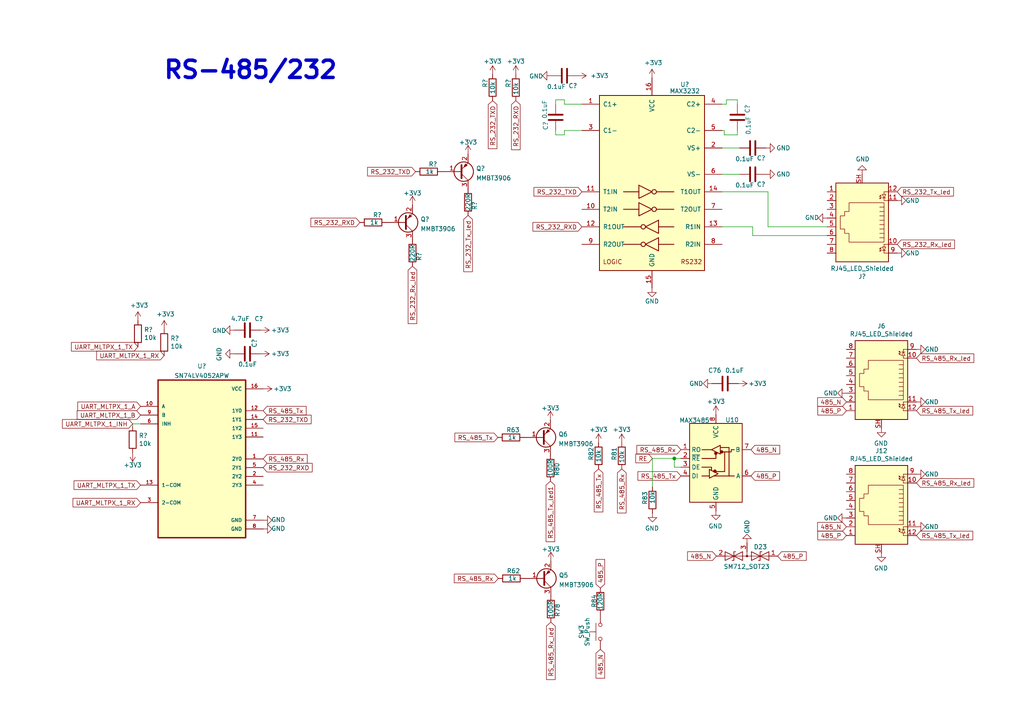
<source format=kicad_sch>
(kicad_sch (version 20211123) (generator eeschema)
  (paper "A4")
  (lib_symbols
    (symbol "Connector:RJ45_LED_Shielded" (pin_names (offset 1.016))
      (property "Reference" "J" (at -5.08 13.97 0))
      (property "Value" "RJ45_LED_Shielded" (at 1.27 13.97 0))
      (symbol "RJ45_LED_Shielded_0_1"
        (polyline (pts (xy -7.62 -7.62) (xy -6.35 -7.62)))
        (polyline (pts (xy -7.62 -5.08) (xy -6.35 -5.08)))
        (polyline (pts (xy -7.62 7.62) (xy -6.35 7.62)))
        (polyline (pts (xy -7.62 10.16) (xy -6.35 10.16)))
        (polyline (pts (xy -6.858 -5.842) (xy -5.842 -5.842)))
        (polyline (pts (xy -6.858 9.398) (xy -5.842 9.398)))
        (polyline (pts (xy -6.35 -7.62) (xy -6.35 -6.858)))
        (polyline (pts (xy -6.35 -5.08) (xy -6.35 -5.842)))
        (polyline (pts (xy -6.35 7.62) (xy -6.35 8.382)))
        (polyline (pts (xy -6.35 10.16) (xy -6.35 9.398)))
        (polyline (pts (xy -5.08 -6.223) (xy -5.207 -6.604)))
        (polyline (pts (xy -5.08 -5.588) (xy -5.207 -5.969)))
        (polyline (pts (xy -5.08 4.445) (xy -6.35 4.445)))
        (polyline (pts (xy -5.08 5.715) (xy -6.35 5.715)))
        (polyline (pts (xy -5.08 9.017) (xy -5.207 8.636)))
        (polyline (pts (xy -5.08 9.652) (xy -5.207 9.271)))
        (polyline (pts (xy -6.35 -3.175) (xy -5.08 -3.175) (xy -5.08 -3.175)))
        (polyline (pts (xy -6.35 -1.905) (xy -5.08 -1.905) (xy -5.08 -1.905)))
        (polyline (pts (xy -6.35 -0.635) (xy -5.08 -0.635) (xy -5.08 -0.635)))
        (polyline (pts (xy -6.35 0.635) (xy -5.08 0.635) (xy -5.08 0.635)))
        (polyline (pts (xy -6.35 1.905) (xy -5.08 1.905) (xy -5.08 1.905)))
        (polyline (pts (xy -5.588 -6.731) (xy -5.08 -6.223) (xy -5.461 -6.35)))
        (polyline (pts (xy -5.588 -6.096) (xy -5.08 -5.588) (xy -5.461 -5.715)))
        (polyline (pts (xy -5.588 8.509) (xy -5.08 9.017) (xy -5.461 8.89)))
        (polyline (pts (xy -5.588 9.144) (xy -5.08 9.652) (xy -5.461 9.525)))
        (polyline (pts (xy -5.08 3.175) (xy -6.35 3.175) (xy -6.35 3.175)))
        (polyline (pts (xy -6.35 -5.842) (xy -6.858 -6.858) (xy -5.842 -6.858) (xy -6.35 -5.842)))
        (polyline (pts (xy -6.35 9.398) (xy -6.858 8.382) (xy -5.842 8.382) (xy -6.35 9.398)))
        (polyline (pts (xy -6.35 -4.445) (xy -6.35 6.985) (xy 3.81 6.985) (xy 3.81 4.445) (xy 5.08 4.445) (xy 5.08 3.175) (xy 6.35 3.175) (xy 6.35 -0.635) (xy 5.08 -0.635) (xy 5.08 -1.905) (xy 3.81 -1.905) (xy 3.81 -4.445) (xy -6.35 -4.445) (xy -6.35 -4.445)))
        (rectangle (start 7.62 12.7) (end -7.62 -10.16) (stroke (width 0.254)) (fill (type background)))
      )
      (symbol "RJ45_LED_Shielded_1_1"
        (pin passive line (at 10.16 -7.62 180) (length 2.54) (name "~") (number "1"))
        (pin passive line (at -10.16 7.62 0) (length 2.54) (name "~") (number "10"))
        (pin passive line (at -10.16 -5.08 0) (length 2.54) (name "~") (number "11"))
        (pin passive line (at -10.16 -7.62 0) (length 2.54) (name "~") (number "12"))
        (pin passive line (at 10.16 -5.08 180) (length 2.54) (name "~") (number "2"))
        (pin passive line (at 10.16 -2.54 180) (length 2.54) (name "~") (number "3"))
        (pin passive line (at 10.16 0 180) (length 2.54) (name "~") (number "4"))
        (pin passive line (at 10.16 2.54 180) (length 2.54) (name "~") (number "5"))
        (pin passive line (at 10.16 5.08 180) (length 2.54) (name "~") (number "6"))
        (pin passive line (at 10.16 7.62 180) (length 2.54) (name "~") (number "7"))
        (pin passive line (at 10.16 10.16 180) (length 2.54) (name "~") (number "8"))
        (pin passive line (at -10.16 10.16 0) (length 2.54) (name "~") (number "9"))
        (pin passive line (at 0 -12.7 90) (length 2.54) (name "~") (number "SH"))
      )
    )
    (symbol "Device:C" (pin_numbers hide) (pin_names (offset 0.254))
      (property "Reference" "C" (at 0.635 2.54 0))
      (property "Value" "C" (at 0.635 -2.54 0))
      (symbol "C_0_1"
        (polyline (pts (xy -2.032 -0.762) (xy 2.032 -0.762)) (stroke (width 0.508)))
        (polyline (pts (xy -2.032 0.762) (xy 2.032 0.762)) (stroke (width 0.508)))
      )
      (symbol "C_1_1"
        (pin passive line (at 0 3.81 270) (length 2.794) (name "~") (number "1"))
        (pin passive line (at 0 -3.81 90) (length 2.794) (name "~") (number "2"))
      )
    )
    (symbol "Device:R" (pin_numbers hide) (pin_names (offset 0))
      (property "Reference" "R" (at 2.032 0 90))
      (property "Value" "R" (at 0 0 90))
      (symbol "R_0_1"
        (rectangle (start -1.016 -2.54) (end 1.016 2.54) (stroke (width 0.254)))
      )
      (symbol "R_1_1"
        (pin passive line (at 0 3.81 270) (length 1.27) (name "~") (number "1"))
        (pin passive line (at 0 -3.81 90) (length 1.27) (name "~") (number "2"))
      )
    )
    (symbol "Diode:SM712_SOT23" (pin_names (offset 1.016) hide)
      (property "Reference" "D" (at 0 4.445 0))
      (property "Value" "SM712_SOT23" (at 0 2.54 0))
      (symbol "SM712_SOT23_0_0"
        (polyline (pts (xy 0 -1.27) (xy 0 0)))
      )
      (symbol "SM712_SOT23_0_1"
        (polyline (pts (xy -6.35 0) (xy 6.35 0)))
        (polyline (pts (xy -3.302 1.27) (xy -3.81 1.27) (xy -3.81 -1.27) (xy -4.318 -1.27)) (stroke (width 0.2032)))
        (polyline (pts (xy 4.318 1.27) (xy 3.81 1.27) (xy 3.81 -1.27) (xy 3.302 -1.27)) (stroke (width 0.2032)))
        (polyline (pts (xy -6.35 -1.27) (xy -1.27 1.27) (xy -1.27 -1.27) (xy -6.35 1.27) (xy -6.35 -1.27)) (stroke (width 0.2032)))
        (polyline (pts (xy 1.27 -1.27) (xy 1.27 1.27) (xy 6.35 -1.27) (xy 6.35 1.27) (xy 1.27 -1.27)) (stroke (width 0.2032)))
        (circle (center 0 0) (radius 0.254) (fill (type outline)))
      )
      (symbol "SM712_SOT23_1_1"
        (pin passive line (at -8.89 0 0) (length 2.54) (name "A1") (number "1"))
        (pin passive line (at 8.89 0 180) (length 2.54) (name "A2") (number "2"))
        (pin input line (at 0 -3.81 90) (length 2.54) (name "common") (number "3"))
      )
    )
    (symbol "Interface_UART:MAX3232" (pin_names (offset 1.016))
      (property "Reference" "U" (at -2.54 28.575 0))
      (property "Value" "MAX3232" (at -2.54 26.67 0))
      (symbol "MAX3232_0_0"
        (text "LOGIC" (at -11.43 -22.86 0) (effects (font (size 1.27 1.27))))
        (text "RS232" (at 11.43 -22.86 0) (effects (font (size 1.27 1.27))))
      )
      (symbol "MAX3232_0_1"
        (rectangle (start -15.24 -25.4) (end 15.24 25.4) (stroke (width 0.254)) (fill (type background)))
        (circle (center -2.54 -17.78) (radius 0.635) (stroke (width 0.254)))
        (circle (center -2.54 -12.7) (radius 0.635) (stroke (width 0.254)))
        (polyline (pts (xy -3.81 -7.62) (xy -8.255 -7.62)) (stroke (width 0.254)))
        (polyline (pts (xy -3.81 -2.54) (xy -8.255 -2.54)) (stroke (width 0.254)))
        (polyline (pts (xy -3.175 -17.78) (xy -8.255 -17.78)) (stroke (width 0.254)))
        (polyline (pts (xy -3.175 -12.7) (xy -8.255 -12.7)) (stroke (width 0.254)))
        (polyline (pts (xy 1.27 -7.62) (xy 6.35 -7.62)) (stroke (width 0.254)))
        (polyline (pts (xy 1.27 -2.54) (xy 6.35 -2.54)) (stroke (width 0.254)))
        (polyline (pts (xy 1.905 -17.78) (xy 6.35 -17.78)) (stroke (width 0.254)))
        (polyline (pts (xy 1.905 -12.7) (xy 6.35 -12.7)) (stroke (width 0.254)))
        (polyline (pts (xy -3.81 -5.715) (xy -3.81 -9.525) (xy 0 -7.62) (xy -3.81 -5.715)) (stroke (width 0.254)))
        (polyline (pts (xy -3.81 -0.635) (xy -3.81 -4.445) (xy 0 -2.54) (xy -3.81 -0.635)) (stroke (width 0.254)))
        (polyline (pts (xy 1.905 -15.875) (xy 1.905 -19.685) (xy -1.905 -17.78) (xy 1.905 -15.875)) (stroke (width 0.254)))
        (polyline (pts (xy 1.905 -10.795) (xy 1.905 -14.605) (xy -1.905 -12.7) (xy 1.905 -10.795)) (stroke (width 0.254)))
        (circle (center 0.635 -7.62) (radius 0.635) (stroke (width 0.254)))
        (circle (center 0.635 -2.54) (radius 0.635) (stroke (width 0.254)))
      )
      (symbol "MAX3232_1_1"
        (pin passive line (at -20.32 22.86 0) (length 5.08) (name "C1+") (number "1"))
        (pin input line (at -20.32 -7.62 0) (length 5.08) (name "T2IN") (number "10"))
        (pin input line (at -20.32 -2.54 0) (length 5.08) (name "T1IN") (number "11"))
        (pin output line (at -20.32 -12.7 0) (length 5.08) (name "R1OUT") (number "12"))
        (pin input line (at 20.32 -12.7 180) (length 5.08) (name "R1IN") (number "13"))
        (pin output line (at 20.32 -2.54 180) (length 5.08) (name "T1OUT") (number "14"))
        (pin power_in line (at 0 -30.48 90) (length 5.08) (name "GND") (number "15"))
        (pin power_in line (at 0 30.48 270) (length 5.08) (name "VCC") (number "16"))
        (pin power_out line (at 20.32 10.16 180) (length 5.08) (name "VS+") (number "2"))
        (pin passive line (at -20.32 15.24 0) (length 5.08) (name "C1-") (number "3"))
        (pin passive line (at 20.32 22.86 180) (length 5.08) (name "C2+") (number "4"))
        (pin passive line (at 20.32 15.24 180) (length 5.08) (name "C2-") (number "5"))
        (pin power_out line (at 20.32 2.54 180) (length 5.08) (name "VS-") (number "6"))
        (pin output line (at 20.32 -7.62 180) (length 5.08) (name "T2OUT") (number "7"))
        (pin input line (at 20.32 -17.78 180) (length 5.08) (name "R2IN") (number "8"))
        (pin output line (at -20.32 -17.78 0) (length 5.08) (name "R2OUT") (number "9"))
      )
    )
    (symbol "Interface_UART:MAX3485"
      (property "Reference" "U" (at -6.096 11.43 0))
      (property "Value" "MAX3485" (at 0.762 11.43 0))
      (symbol "MAX3485_0_1"
        (rectangle (start -7.62 10.16) (end 7.62 -12.7) (stroke (width 0.254)) (fill (type background)))
        (circle (center -0.3048 -3.683) (radius 0.3556) (stroke (width 0.254)) (fill (type outline)))
        (circle (center -0.0254 1.4986) (radius 0.3556) (stroke (width 0.254)) (fill (type outline)))
        (polyline (pts (xy -4.064 -5.08) (xy -1.905 -5.08)) (stroke (width 0.254)))
        (polyline (pts (xy -4.064 2.54) (xy -1.27 2.54)) (stroke (width 0.254)))
        (polyline (pts (xy -1.27 -3.2004) (xy -1.27 -3.4544)) (stroke (width 0.254)))
        (polyline (pts (xy -0.635 -5.08) (xy 5.334 -5.08)) (stroke (width 0.254)))
        (polyline (pts (xy -4.064 -2.54) (xy -1.27 -2.54) (xy -1.27 -3.175)) (stroke (width 0.254)))
        (polyline (pts (xy 0 1.27) (xy 0 0) (xy -4.064 0)) (stroke (width 0.254)))
        (polyline (pts (xy 1.27 3.175) (xy 3.81 3.175) (xy 3.81 -5.08)) (stroke (width 0.254)))
        (polyline (pts (xy 2.54 1.905) (xy 2.54 -3.81) (xy 0 -3.81)) (stroke (width 0.254)))
        (polyline (pts (xy -1.905 -3.175) (xy -1.905 -5.715) (xy 0.635 -4.445) (xy -1.905 -3.175)) (stroke (width 0.254)))
        (polyline (pts (xy -1.27 2.54) (xy 1.27 3.81) (xy 1.27 1.27) (xy -1.27 2.54)) (stroke (width 0.254)))
        (polyline (pts (xy 1.905 1.905) (xy 4.445 1.905) (xy 4.445 2.54) (xy 5.334 2.54)) (stroke (width 0.254)))
        (rectangle (start 1.27 3.175) (end 1.27 3.175))
        (circle (center 1.651 1.905) (radius 0.3556) (stroke (width 0.254)) (fill (type outline)))
      )
      (symbol "MAX3485_1_1"
        (pin output line (at -10.16 2.54 0) (length 2.54) (name "RO") (number "1"))
        (pin input line (at -10.16 0 0) (length 2.54) (name "~{RE}") (number "2"))
        (pin input line (at -10.16 -2.54 0) (length 2.54) (name "DE") (number "3"))
        (pin input line (at -10.16 -5.08 0) (length 2.54) (name "DI") (number "4"))
        (pin power_in line (at 0 -15.24 90) (length 2.54) (name "GND") (number "5"))
        (pin bidirectional line (at 10.16 -5.08 180) (length 2.54) (name "A") (number "6"))
        (pin bidirectional line (at 10.16 2.54 180) (length 2.54) (name "B") (number "7"))
        (pin power_in line (at 0 12.7 270) (length 2.54) (name "VCC") (number "8"))
      )
    )
    (symbol "Switch:SW_Push" (pin_numbers hide) (pin_names (offset 1.016) hide)
      (property "Reference" "SW" (at 1.27 2.54 0))
      (property "Value" "SW_Push" (at 0 -1.524 0))
      (symbol "SW_Push_0_1"
        (circle (center -2.032 0) (radius 0.508))
        (polyline (pts (xy 0 1.27) (xy 0 3.048)))
        (polyline (pts (xy 2.54 1.27) (xy -2.54 1.27)))
        (circle (center 2.032 0) (radius 0.508))
        (pin passive line (at -5.08 0 0) (length 2.54) (name "1") (number "1"))
        (pin passive line (at 5.08 0 180) (length 2.54) (name "2") (number "2"))
      )
    )
    (symbol "Symbols:SN74LV4052APW" (pin_names (offset 1.016))
      (property "Reference" "U" (at -12.7 23.8506 0))
      (property "Value" "SN74LV4052APW" (at -12.7 -26.8478 0))
      (symbol "SN74LV4052APW_0_0"
        (rectangle (start -12.7 -22.86) (end 12.7 22.86) (stroke (width 0.4064)) (fill (type background)))
        (pin output line (at 17.78 0 180) (length 5.08) (name "2Y0") (number "1"))
        (pin input line (at -17.78 15.24 0) (length 5.08) (name "A") (number "10"))
        (pin output line (at 17.78 6.35 180) (length 5.08) (name "1Y3") (number "11"))
        (pin output line (at 17.78 13.97 180) (length 5.08) (name "1Y0") (number "12"))
        (pin bidirectional line (at -17.78 -7.62 0) (length 5.08) (name "1-COM") (number "13"))
        (pin output line (at 17.78 11.43 180) (length 5.08) (name "1Y1") (number "14"))
        (pin output line (at 17.78 8.89 180) (length 5.08) (name "1Y2") (number "15"))
        (pin power_in line (at 17.78 20.32 180) (length 5.08) (name "VCC") (number "16"))
        (pin output line (at 17.78 -5.08 180) (length 5.08) (name "2Y2") (number "2"))
        (pin bidirectional line (at -17.78 -12.7 0) (length 5.08) (name "2-COM") (number "3"))
        (pin output line (at 17.78 -7.62 180) (length 5.08) (name "2Y3") (number "4"))
        (pin output line (at 17.78 -2.54 180) (length 5.08) (name "2Y1") (number "5"))
        (pin input line (at -17.78 10.16 0) (length 5.08) (name "INH") (number "6"))
        (pin power_in line (at 17.78 -17.78 180) (length 5.08) (name "GND") (number "7"))
        (pin power_in line (at 17.78 -20.32 180) (length 5.08) (name "GND") (number "8"))
        (pin input line (at -17.78 12.7 0) (length 5.08) (name "B") (number "9"))
      )
    )
    (symbol "Transistor_BJT:MMBT3906" (pin_names (offset 0) hide)
      (property "Reference" "Q" (at 5.08 1.905 0))
      (property "Value" "MMBT3906" (at 5.08 0 0))
      (symbol "MMBT3906_0_1"
        (polyline (pts (xy 0.635 0.635) (xy 2.54 2.54)))
        (polyline (pts (xy 0.635 -0.635) (xy 2.54 -2.54) (xy 2.54 -2.54)))
        (polyline (pts (xy 0.635 1.905) (xy 0.635 -1.905) (xy 0.635 -1.905)) (stroke (width 0.508)))
        (polyline (pts (xy 2.286 -1.778) (xy 1.778 -2.286) (xy 1.27 -1.27) (xy 2.286 -1.778) (xy 2.286 -1.778)) (fill (type outline)))
        (circle (center 1.27 0) (radius 2.8194) (stroke (width 0.254)))
      )
      (symbol "MMBT3906_1_1"
        (pin input line (at -5.08 0 0) (length 5.715) (name "B") (number "1"))
        (pin passive line (at 2.54 -5.08 90) (length 2.54) (name "E") (number "2"))
        (pin passive line (at 2.54 5.08 270) (length 2.54) (name "C") (number "3"))
      )
    )
    (symbol "power:+3.3V" (power) (pin_names (offset 0))
      (property "Value" "+3.3V" (at 0 3.556 0))
      (symbol "+3.3V_0_1"
        (polyline (pts (xy -0.762 1.27) (xy 0 2.54)))
        (polyline (pts (xy 0 0) (xy 0 2.54)))
        (polyline (pts (xy 0 2.54) (xy 0.762 1.27)))
      )
      (symbol "+3.3V_1_1"
        (pin power_in line (at 0 0 90) (length 0) hide (name "+3V3") (number "1"))
      )
    )
    (symbol "power:GND" (power) (pin_names (offset 0))
      (property "Value" "GND" (at 0 -3.81 0))
      (symbol "GND_0_1"
        (polyline (pts (xy 0 0) (xy 0 -1.27) (xy 1.27 -1.27) (xy 0 -2.54) (xy -1.27 -1.27) (xy 0 -1.27)))
      )
      (symbol "GND_1_1"
        (pin power_in line (at 0 0 270) (length 0) hide (name "GND") (number "1"))
      )
    )
  )
  (junction (at 195.58 132.969))
  (wire (pts (xy 189.23 132.969) (xy 189.23 141.224)))
  (wire (pts (xy 197.485 132.969) (xy 195.58 132.969)))
  (wire (pts (xy 195.58 135.509) (xy 195.58 132.969)))
  (wire (pts (xy 161.163 39.116) (xy 163.703 39.116)))
  (wire (pts (xy 210.058 39.116) (xy 213.868 39.116)))
  (wire (pts (xy 213.868 39.116) (xy 213.868 37.846)))
  (wire (pts (xy 161.163 37.846) (xy 161.163 39.116)))
  (wire (pts (xy 239.903 65.786) (xy 222.758 65.786)))
  (wire (pts (xy 195.58 132.969) (xy 189.23 132.969)))
  (wire (pts (xy 210.693 30.226) (xy 210.693 28.956)))
  (wire (pts (xy 163.703 28.956) (xy 163.703 30.226)))
  (wire (pts (xy 163.703 39.116) (xy 163.703 37.846)))
  (wire (pts (xy 161.163 30.226) (xy 161.163 28.956)))
  (wire (pts (xy 38.481 122.936) (xy 40.767 122.936)))
  (wire (pts (xy 197.485 135.509) (xy 195.58 135.509)))
  (wire (pts (xy 213.868 28.956) (xy 213.868 30.226)))
  (wire (pts (xy 239.903 68.326) (xy 218.313 68.326)))
  (wire (pts (xy 210.058 37.846) (xy 210.058 39.116)))
  (wire (pts (xy 209.423 42.926) (xy 214.503 42.926)))
  (wire (pts (xy 222.758 55.626) (xy 209.423 55.626)))
  (wire (pts (xy 210.693 28.956) (xy 213.868 28.956)))
  (wire (pts (xy 163.703 37.846) (xy 168.783 37.846)))
  (wire (pts (xy 214.503 50.546) (xy 209.423 50.546)))
  (wire (pts (xy 222.758 65.786) (xy 222.758 55.626)))
  (wire (pts (xy 218.313 68.326) (xy 218.313 65.786)))
  (wire (pts (xy 38.481 123.698) (xy 38.481 122.936)))
  (wire (pts (xy 209.423 37.846) (xy 210.058 37.846)))
  (wire (pts (xy 209.423 30.226) (xy 210.693 30.226)))
  (wire (pts (xy 218.313 65.786) (xy 209.423 65.786)))
  (wire (pts (xy 163.703 30.226) (xy 168.783 30.226)))
  (wire (pts (xy 161.163 28.956) (xy 163.703 28.956)))
  (text "RS-485/232" (at 47.117 23.368 0) (effects (font (size 5.0038 5.0038) (thickness 1.0008) bold) (justify left bottom)))
  (global_label "485_N" (shape input) (at 174.117 188.341 270) (property "Intersheet References" "${INTERSHEET_REFS}" (effects hide)))
  (global_label "RS_485_Rx" (shape input) (at 144.526 167.767 180) (property "Intersheet References" "${INTERSHEET_REFS}" (effects hide)))
  (global_label "RS_232_RXD" (shape input) (at 168.783 65.786 180) (property "Intersheet References" "${INTERSHEET_REFS}" (effects hide)))
  (global_label "485_P" (shape input) (at 245.491 119.126 180) (property "Intersheet References" "${INTERSHEET_REFS}" (effects hide)))
  (global_label "485_P" (shape input) (at 225.552 161.29 0) (property "Intersheet References" "${INTERSHEET_REFS}" (effects hide)))
  (global_label "RS_485_Rx_led" (shape input) (at 265.811 103.886 0) (property "Intersheet References" "${INTERSHEET_REFS}" (effects hide)))
  (global_label "RS_485_Tx_led1" (shape input) (at 159.639 139.573 270) (property "Intersheet References" "${INTERSHEET_REFS}" (effects hide)))
  (global_label "RS_485_Rx_led" (shape input) (at 265.811 140.081 0) (property "Intersheet References" "${INTERSHEET_REFS}" (effects hide)))
  (global_label "RS_232_Rx_led" (shape input) (at 119.634 77.216 270) (property "Intersheet References" "${INTERSHEET_REFS}" (effects hide)))
  (global_label "RS_485_Tx" (shape input) (at 76.327 119.126 0) (property "Intersheet References" "${INTERSHEET_REFS}" (effects hide)))
  (global_label "UART_MLTPX_1_INH" (shape input) (at 38.481 122.936 180) (property "Intersheet References" "${INTERSHEET_REFS}" (effects hide)))
  (global_label "RS_232_Rx_led" (shape input) (at 260.223 70.866 0) (property "Intersheet References" "${INTERSHEET_REFS}" (effects hide)))
  (global_label "RS_485_Tx" (shape input) (at 197.485 138.049 180) (property "Intersheet References" "${INTERSHEET_REFS}" (effects hide)))
  (global_label "RS_485_Tx" (shape input) (at 144.399 126.873 180) (property "Intersheet References" "${INTERSHEET_REFS}" (effects hide)))
  (global_label "RS_485_Tx_led" (shape input) (at 265.811 155.321 0) (property "Intersheet References" "${INTERSHEET_REFS}" (effects hide)))
  (global_label "RS_485_Rx" (shape input) (at 76.327 133.096 0) (property "Intersheet References" "${INTERSHEET_REFS}" (effects hide)))
  (global_label "RS_232_RXD" (shape input) (at 149.606 29.21 270) (property "Intersheet References" "${INTERSHEET_REFS}" (effects hide)))
  (global_label "485_N" (shape input) (at 245.491 152.781 180) (property "Intersheet References" "${INTERSHEET_REFS}" (effects hide)))
  (global_label "RE" (shape input) (at 189.23 132.969 180) (property "Intersheet References" "${INTERSHEET_REFS}" (effects hide)))
  (global_label "RS_485_Rx" (shape input) (at 180.34 136.017 270) (property "Intersheet References" "${INTERSHEET_REFS}" (effects hide)))
  (global_label "RS_485_Rx" (shape input) (at 197.485 130.429 180) (property "Intersheet References" "${INTERSHEET_REFS}" (effects hide)))
  (global_label "UART_MLTPX_1_A" (shape input) (at 40.767 117.856 180) (property "Intersheet References" "${INTERSHEET_REFS}" (effects hide)))
  (global_label "RS_485_Tx_led" (shape input) (at 265.811 119.126 0) (property "Intersheet References" "${INTERSHEET_REFS}" (effects hide)))
  (global_label "RS_232_TXD" (shape input) (at 168.783 55.626 180) (property "Intersheet References" "${INTERSHEET_REFS}" (effects hide)))
  (global_label "RS_232_RXD" (shape input) (at 76.327 135.636 0) (property "Intersheet References" "${INTERSHEET_REFS}" (effects hide)))
  (global_label "485_N" (shape input) (at 207.772 161.29 180) (property "Intersheet References" "${INTERSHEET_REFS}" (effects hide)))
  (global_label "RS_485_Rx_led" (shape input) (at 159.766 180.467 270) (property "Intersheet References" "${INTERSHEET_REFS}" (effects hide)))
  (global_label "RS_232_Tx_led" (shape input) (at 260.223 55.626 0) (property "Intersheet References" "${INTERSHEET_REFS}" (effects hide)))
  (global_label "RS_232_Tx_led" (shape input) (at 135.763 62.484 270) (property "Intersheet References" "${INTERSHEET_REFS}" (effects hide)))
  (global_label "RS_232_TXD" (shape input) (at 142.875 29.21 270) (property "Intersheet References" "${INTERSHEET_REFS}" (effects hide)))
  (global_label "UART_MLTPX_1_RX" (shape input) (at 40.767 145.796 180) (property "Intersheet References" "${INTERSHEET_REFS}" (effects hide)))
  (global_label "UART_MLTPX_1_TX" (shape input) (at 40.005 100.584 180) (property "Intersheet References" "${INTERSHEET_REFS}" (effects hide)))
  (global_label "RS_232_RXD" (shape input) (at 104.394 64.516 180) (property "Intersheet References" "${INTERSHEET_REFS}" (effects hide)))
  (global_label "UART_MLTPX_1_TX" (shape input) (at 40.767 140.716 180) (property "Intersheet References" "${INTERSHEET_REFS}" (effects hide)))
  (global_label "RS_232_TXD" (shape input) (at 120.523 49.784 180) (property "Intersheet References" "${INTERSHEET_REFS}" (effects hide)))
  (global_label "RS_232_TXD" (shape input) (at 76.327 121.666 0) (property "Intersheet References" "${INTERSHEET_REFS}" (effects hide)))
  (global_label "UART_MLTPX_1_B" (shape input) (at 40.767 120.396 180) (property "Intersheet References" "${INTERSHEET_REFS}" (effects hide)))
  (global_label "485_P" (shape input) (at 217.805 138.049 0) (property "Intersheet References" "${INTERSHEET_REFS}" (effects hide)))
  (global_label "485_P" (shape input) (at 245.491 155.321 180) (property "Intersheet References" "${INTERSHEET_REFS}" (effects hide)))
  (global_label "485_N" (shape input) (at 217.805 130.429 0) (property "Intersheet References" "${INTERSHEET_REFS}" (effects hide)))
  (global_label "485_P" (shape input) (at 174.117 170.561 90) (property "Intersheet References" "${INTERSHEET_REFS}" (effects hide)))
  (global_label "UART_MLTPX_1_RX" (shape input) (at 47.625 103.124 180) (property "Intersheet References" "${INTERSHEET_REFS}" (effects hide)))
  (global_label "485_N" (shape input) (at 245.491 116.586 180) (property "Intersheet References" "${INTERSHEET_REFS}" (effects hide)))
  (global_label "RS_485_Tx" (shape input) (at 173.609 136.017 270) (property "Intersheet References" "${INTERSHEET_REFS}" (effects hide)))
  (symbol (lib_id "Transistor_BJT:MMBT3906") (at 157.099 126.873 0) (mirror x) (unit 1)
    (property "Reference" "Q6" (at 161.9504 125.9645 0) (effects (justify left)))
    (property "Value" "MMBT3906" (at 161.9504 128.7396 0) (effects (justify left)))
    (property "Footprint" "Package_TO_SOT_SMD:SOT-23" (effects hide))
    (property "Datasheet" "https://www.onsemi.com/pub/Collateral/2N3906-D.PDF" (effects hide))
  )
  (symbol (lib_id "power:+3.3V") (at 189.103 22.606 0) (unit 1)
    (property "Reference" "#PWR?" (effects hide))
    (property "Value" "+3.3V" (at 189.484 18.2118 0))
  )
  (symbol (lib_id "power:GND") (at 216.662 157.48 180) (unit 1)
    (property "Reference" "#PWR035" (effects hide))
    (property "Value" "GND" (at 216.662 152.781 90))
  )
  (symbol (lib_id "Connector:RJ45_LED_Shielded") (at 255.651 147.701 0) (mirror y) (unit 1)
    (property "Reference" "J12" (at 255.651 130.7592 0))
    (property "Value" "RJ45_LED_Shielded" (at 255.651 133.0706 0))
    (property "Footprint" "Connector_RJ:RJ45_Amphenol_RJHSE538X" (effects hide))
  )
  (symbol (lib_id "power:+3.3V") (at 40.005 92.964 0) (unit 1)
    (property "Reference" "#PWR?" (effects hide))
    (property "Value" "+3.3V" (at 40.386 88.5698 0))
  )
  (symbol (lib_id "Transistor_BJT:MMBT3906") (at 157.226 167.767 0) (mirror x) (unit 1)
    (property "Reference" "Q5" (at 162.0774 166.8585 0) (effects (justify left)))
    (property "Value" "MMBT3906" (at 162.0774 169.6336 0) (effects (justify left)))
    (property "Footprint" "Package_TO_SOT_SMD:SOT-23" (effects hide))
    (property "Datasheet" "https://www.onsemi.com/pub/Collateral/2N3906-D.PDF" (effects hide))
  )
  (symbol (lib_id "power:GND") (at 222.123 50.546 90) (unit 1)
    (property "Reference" "#PWR?" (effects hide))
    (property "Value" "GND" (at 227.203 50.546 90))
  )
  (symbol (lib_id "power:GND") (at 222.123 42.926 90) (unit 1)
    (property "Reference" "#PWR?" (effects hide))
    (property "Value" "GND" (at 227.203 42.926 90))
  )
  (symbol (lib_id "power:+3.3V") (at 135.763 44.704 0) (mirror y) (unit 1)
    (property "Reference" "#PWR?" (effects hide))
    (property "Value" "+3.3V" (at 135.763 41.275 0))
  )
  (symbol (lib_id "power:GND") (at 189.103 83.566 0) (unit 1)
    (property "Reference" "#PWR?" (effects hide))
    (property "Value" "GND" (at 189.103 87.376 0))
  )
  (symbol (lib_id "Connector:RJ45_LED_Shielded") (at 250.063 63.246 180) (unit 1)
    (property "Reference" "J?" (at 250.063 80.1878 0))
    (property "Value" "RJ45_LED_Shielded" (at 250.063 77.8764 0))
    (property "Footprint" "Connector_RJ:RJ45_Amphenol_RJHSE538X" (effects hide))
  )
  (symbol (lib_id "power:+3.3V") (at 159.639 121.793 0) (mirror y) (unit 1)
    (property "Reference" "#PWR020" (effects hide))
    (property "Value" "+3.3V" (at 159.639 118.364 0))
  )
  (symbol (lib_id "Device:C") (at 218.313 42.926 270) (unit 1)
    (property "Reference" "C?" (at 219.4814 45.847 90) (effects (justify left)))
    (property "Value" "0.1uF" (at 213.233 46.101 90) (effects (justify left)))
    (property "Footprint" "Capacitor_SMD:C_0603_1608Metric" (effects hide))
  )
  (symbol (lib_id "Device:C") (at 71.755 95.758 270) (unit 1)
    (property "Reference" "C?" (at 73.787 92.456 90) (effects (justify left)))
    (property "Value" "4.7uF" (at 66.929 92.456 90) (effects (justify left)))
    (property "Footprint" "Capacitor_SMD:C_0805_2012Metric" (effects hide))
  )
  (symbol (lib_id "power:GND") (at 260.223 73.406 90) (mirror x) (unit 1)
    (property "Reference" "#PWR?" (effects hide))
    (property "Value" "GND" (at 264.668 73.406 90))
  )
  (symbol (lib_id "Switch:SW_Push") (at 174.117 183.261 90) (mirror x) (unit 1)
    (property "Reference" "SW3" (at 168.656 183.261 0))
    (property "Value" "SW_Push" (at 170.307 183.261 0))
    (property "Footprint" "Button_Switch_THT:SW_DIP_SPSTx01_Slide_9.78x4.72mm_W7.62mm_P2.54mm" (effects hide))
  )
  (symbol (lib_id "Device:R") (at 124.333 49.784 90) (mirror x) (unit 1)
    (property "Reference" "R?" (at 126.873 47.625 90) (effects (justify left)))
    (property "Value" "1k" (at 125.857 49.784 90) (effects (justify left)))
    (property "Footprint" "Resistor_SMD:R_0603_1608Metric" (effects hide))
  )
  (symbol (lib_id "power:+3.3V") (at 173.609 128.397 0) (mirror y) (unit 1)
    (property "Reference" "#PWR022" (effects hide))
    (property "Value" "+3.3V" (at 173.609 124.587 0))
  )
  (symbol (lib_id "Device:R") (at 189.23 145.034 0) (mirror x) (unit 1)
    (property "Reference" "R83" (at 187.071 142.494 90) (effects (justify left)))
    (property "Value" "10k" (at 189.23 142.494 90) (effects (justify left)))
    (property "Footprint" "Resistor_SMD:R_0603_1608Metric" (effects hide))
  )
  (symbol (lib_id "Device:C") (at 71.755 102.616 90) (unit 1)
    (property "Reference" "C?" (at 73.787 100.838 0) (effects (justify left)))
    (property "Value" "0.1uF" (at 74.549 105.664 90) (effects (justify left)))
    (property "Footprint" "Capacitor_SMD:C_0603_1608Metric" (effects hide))
  )
  (symbol (lib_id "Device:R") (at 148.336 167.767 90) (mirror x) (unit 1)
    (property "Reference" "R62" (at 150.876 165.608 90) (effects (justify left)))
    (property "Value" "1k" (at 149.86 167.767 90) (effects (justify left)))
    (property "Footprint" "Resistor_SMD:R_0603_1608Metric" (effects hide))
  )
  (symbol (lib_id "Device:R") (at 142.875 25.4 0) (mirror x) (unit 1)
    (property "Reference" "R?" (at 140.716 22.86 90) (effects (justify left)))
    (property "Value" "10k" (at 142.875 23.622 90) (effects (justify left)))
    (property "Footprint" "Resistor_SMD:R_0603_1608Metric" (effects hide))
  )
  (symbol (lib_id "Device:R") (at 149.606 25.4 0) (mirror x) (unit 1)
    (property "Reference" "R?" (at 147.447 22.86 90) (effects (justify left)))
    (property "Value" "10k" (at 149.606 23.876 90) (effects (justify left)))
    (property "Footprint" "Resistor_SMD:R_0603_1608Metric" (effects hide))
  )
  (symbol (lib_id "Transistor_BJT:MMBT3906") (at 133.223 49.784 0) (mirror x) (unit 1)
    (property "Reference" "Q?" (at 138.0744 48.8755 0) (effects (justify left)))
    (property "Value" "MMBT3906" (at 138.0744 51.6506 0) (effects (justify left)))
    (property "Footprint" "Package_TO_SOT_SMD:SOT-23" (effects hide))
    (property "Datasheet" "https://www.onsemi.com/pub/Collateral/2N3906-D.PDF" (effects hide))
  )
  (symbol (lib_id "Transistor_BJT:MMBT3906") (at 117.094 64.516 0) (mirror x) (unit 1)
    (property "Reference" "Q?" (at 121.9454 63.6075 0) (effects (justify left)))
    (property "Value" "MMBT3906" (at 121.9454 66.3826 0) (effects (justify left)))
    (property "Footprint" "Package_TO_SOT_SMD:SOT-23" (effects hide))
    (property "Datasheet" "https://www.onsemi.com/pub/Collateral/2N3906-D.PDF" (effects hide))
  )
  (symbol (lib_id "Device:R") (at 135.763 58.674 0) (mirror y) (unit 1)
    (property "Reference" "R?" (at 137.668 60.96 90) (effects (justify left)))
    (property "Value" "220R" (at 135.763 61.214 90) (effects (justify left)))
    (property "Footprint" "Resistor_SMD:R_0603_1608Metric" (effects hide))
  )
  (symbol (lib_id "power:GND") (at 265.811 137.541 90) (mirror x) (unit 1)
    (property "Reference" "#PWR032" (effects hide))
    (property "Value" "GND" (at 270.256 137.541 90))
  )
  (symbol (lib_id "Interface_UART:MAX3485") (at 207.645 132.969 0) (unit 1)
    (property "Reference" "U10" (at 212.344 121.793 0))
    (property "Value" "MAX3485" (at 201.422 121.92 0))
    (property "Footprint" "Package_SO:SOIC-8_3.9x4.9mm_P1.27mm" (effects hide))
    (property "Datasheet" "https://datasheets.maximintegrated.com/en/ds/MAX3483-MAX3491.pdf" (effects hide))
  )
  (symbol (lib_id "Connector:RJ45_LED_Shielded") (at 255.651 111.506 0) (mirror y) (unit 1)
    (property "Reference" "J6" (at 255.651 94.5642 0))
    (property "Value" "RJ45_LED_Shielded" (at 255.651 96.8756 0))
    (property "Footprint" "Connector_RJ:RJ45_Amphenol_RJHSE538X" (effects hide))
  )
  (symbol (lib_id "Device:R") (at 47.625 99.314 0) (unit 1)
    (property "Reference" "R?" (at 49.403 98.1456 0) (effects (justify left)))
    (property "Value" "10k" (at 49.403 100.457 0) (effects (justify left)))
    (property "Footprint" "Resistor_SMD:R_0603_1608Metric" (effects hide))
  )
  (symbol (lib_id "Device:C") (at 213.868 34.036 0) (unit 1)
    (property "Reference" "C?" (at 216.789 32.8676 90) (effects (justify left)))
    (property "Value" "0.1uF" (at 217.043 39.116 90) (effects (justify left)))
    (property "Footprint" "Capacitor_SMD:C_0603_1608Metric" (effects hide))
  )
  (symbol (lib_id "Device:C") (at 218.313 50.546 270) (unit 1)
    (property "Reference" "C?" (at 219.4814 53.467 90) (effects (justify left)))
    (property "Value" "0.1uF" (at 213.233 53.721 90) (effects (justify left)))
    (property "Footprint" "Capacitor_SMD:C_0603_1608Metric" (effects hide))
  )
  (symbol (lib_id "Device:R") (at 40.005 96.774 0) (unit 1)
    (property "Reference" "R?" (at 41.783 95.6056 0) (effects (justify left)))
    (property "Value" "10k" (at 41.783 97.917 0) (effects (justify left)))
    (property "Footprint" "Resistor_SMD:R_0603_1608Metric" (effects hide))
  )
  (symbol (lib_id "Device:R") (at 148.209 126.873 90) (mirror x) (unit 1)
    (property "Reference" "R63" (at 150.749 124.714 90) (effects (justify left)))
    (property "Value" "1k" (at 149.733 126.873 90) (effects (justify left)))
    (property "Footprint" "Resistor_SMD:R_0603_1608Metric" (effects hide))
  )
  (symbol (lib_id "power:+3.3V") (at 159.766 162.687 0) (mirror y) (unit 1)
    (property "Reference" "#PWR019" (effects hide))
    (property "Value" "+3.3V" (at 159.766 159.258 0))
  )
  (symbol (lib_id "power:GND") (at 255.651 124.206 0) (mirror y) (unit 1)
    (property "Reference" "#PWR031" (effects hide))
    (property "Value" "GND" (at 255.524 128.6002 0))
  )
  (symbol (lib_id "Device:R") (at 38.481 127.508 180) (unit 1)
    (property "Reference" "R?" (at 40.259 126.3396 0) (effects (justify right)))
    (property "Value" "10k" (at 40.259 128.651 0) (effects (justify right)))
    (property "Footprint" "Resistor_SMD:R_0603_1608Metric" (effects hide))
  )
  (symbol (lib_id "power:GND") (at 189.23 148.844 0) (mirror y) (unit 1)
    (property "Reference" "#PWR028" (effects hide))
    (property "Value" "GND" (at 189.103 153.2382 0))
  )
  (symbol (lib_id "Device:R") (at 108.204 64.516 90) (mirror x) (unit 1)
    (property "Reference" "R?" (at 110.744 62.357 90) (effects (justify left)))
    (property "Value" "1k" (at 109.728 64.516 90) (effects (justify left)))
    (property "Footprint" "Resistor_SMD:R_0603_1608Metric" (effects hide))
  )
  (symbol (lib_id "power:GND") (at 245.491 114.046 270) (mirror x) (unit 1)
    (property "Reference" "#PWR029" (effects hide))
    (property "Value" "GND" (at 240.919 114.046 90))
  )
  (symbol (lib_id "Device:R") (at 180.34 132.207 0) (mirror x) (unit 1)
    (property "Reference" "R81" (at 178.181 129.667 90) (effects (justify left)))
    (property "Value" "10k" (at 180.34 130.683 90) (effects (justify left)))
    (property "Footprint" "Resistor_SMD:R_0603_1608Metric" (effects hide))
  )
  (symbol (lib_id "power:GND") (at 260.223 58.166 90) (mirror x) (unit 1)
    (property "Reference" "#PWR?" (effects hide))
    (property "Value" "GND" (at 264.668 58.166 90))
  )
  (symbol (lib_id "Device:R") (at 159.639 135.763 0) (mirror y) (unit 1)
    (property "Reference" "R80" (at 161.544 138.049 90) (effects (justify left)))
    (property "Value" "100R" (at 159.639 138.303 90) (effects (justify left)))
    (property "Footprint" "Resistor_SMD:R_0603_1608Metric" (effects hide))
  )
  (symbol (lib_id "power:+3.3V") (at 119.634 59.436 0) (mirror y) (unit 1)
    (property "Reference" "#PWR?" (effects hide))
    (property "Value" "+3.3V" (at 119.634 56.007 0))
  )
  (symbol (lib_id "power:+3.3V") (at 180.34 128.397 0) (mirror y) (unit 1)
    (property "Reference" "#PWR021" (effects hide))
    (property "Value" "+3.3V" (at 180.34 124.587 0))
  )
  (symbol (lib_id "power:+3.3V") (at 142.875 21.59 0) (mirror y) (unit 1)
    (property "Reference" "#PWR?" (effects hide))
    (property "Value" "+3.3V" (at 142.875 17.78 0))
  )
  (symbol (lib_id "power:GND") (at 239.903 63.246 270) (mirror x) (unit 1)
    (property "Reference" "#PWR?" (effects hide))
    (property "Value" "GND" (at 235.5088 63.119 90))
  )
  (symbol (lib_id "Device:R") (at 159.766 176.657 0) (mirror y) (unit 1)
    (property "Reference" "R78" (at 161.671 178.943 90) (effects (justify left)))
    (property "Value" "100R" (at 159.766 179.197 90) (effects (justify left)))
    (property "Footprint" "Resistor_SMD:R_0603_1608Metric" (effects hide))
  )
  (symbol (lib_id "power:GND") (at 245.491 150.241 270) (mirror x) (unit 1)
    (property "Reference" "#PWR033" (effects hide))
    (property "Value" "GND" (at 240.919 150.241 90))
  )
  (symbol (lib_id "Device:R") (at 173.609 132.207 0) (mirror x) (unit 1)
    (property "Reference" "R82" (at 171.45 129.667 90) (effects (justify left)))
    (property "Value" "10k" (at 173.609 130.429 90) (effects (justify left)))
    (property "Footprint" "Resistor_SMD:R_0603_1608Metric" (effects hide))
  )
  (symbol (lib_id "power:GND") (at 76.327 153.416 90) (unit 1)
    (property "Reference" "#PWR?" (effects hide))
    (property "Value" "GND" (at 80.7212 153.289 90))
  )
  (symbol (lib_id "Interface_UART:MAX3232") (at 189.103 53.086 0) (unit 1)
    (property "Reference" "U?" (at 198.628 24.511 0))
    (property "Value" "MAX3232" (at 198.628 26.416 0))
    (property "Footprint" "Package_SO:SOP-16_3.9x9.9mm_P1.27mm" (effects hide))
    (property "Datasheet" "https://datasheets.maximintegrated.com/en/ds/MAX3222-MAX3241.pdf" (effects hide))
  )
  (symbol (lib_id "Device:R") (at 119.634 73.406 0) (mirror y) (unit 1)
    (property "Reference" "R?" (at 121.539 75.692 90) (effects (justify left)))
    (property "Value" "220R" (at 119.634 75.946 90) (effects (justify left)))
    (property "Footprint" "Resistor_SMD:R_0603_1608Metric" (effects hide))
  )
  (symbol (lib_id "power:+3.3V") (at 47.625 95.504 0) (unit 1)
    (property "Reference" "#PWR?" (effects hide))
    (property "Value" "+3.3V" (at 48.006 91.1098 0))
  )
  (symbol (lib_id "power:+3.3V") (at 167.513 21.971 270) (unit 1)
    (property "Reference" "#PWR?" (effects hide))
    (property "Value" "+3.3V" (at 173.863 21.971 90))
  )
  (symbol (lib_id "power:+3.3V") (at 149.606 21.59 0) (mirror y) (unit 1)
    (property "Reference" "#PWR?" (effects hide))
    (property "Value" "+3.3V" (at 149.606 17.78 0))
  )
  (symbol (lib_id "power:+3.3V") (at 38.481 131.318 180) (unit 1)
    (property "Reference" "#PWR?" (effects hide))
    (property "Value" "+3.3V" (at 38.481 134.874 0))
  )
  (symbol (lib_id "power:GND") (at 159.893 21.971 270) (unit 1)
    (property "Reference" "#PWR?" (effects hide))
    (property "Value" "GND" (at 155.4988 22.098 90))
  )
  (symbol (lib_id "power:GND") (at 67.945 102.616 270) (unit 1)
    (property "Reference" "#PWR?" (effects hide))
    (property "Value" "GND" (at 63.5508 102.743 0))
  )
  (symbol (lib_id "power:GND") (at 265.811 101.346 90) (mirror x) (unit 1)
    (property "Reference" "#PWR026" (effects hide))
    (property "Value" "GND" (at 270.256 101.346 90))
  )
  (symbol (lib_id "power:+3.3V") (at 75.565 95.758 270) (unit 1)
    (property "Reference" "#PWR?" (effects hide))
    (property "Value" "+3.3V" (at 81.28 95.758 90))
  )
  (symbol (lib_id "power:+3.3V") (at 214.122 111.252 270) (mirror x) (unit 1)
    (property "Reference" "#PWR023" (effects hide))
    (property "Value" "+3.3V" (at 219.71 111.252 90))
  )
  (symbol (lib_id "Device:C") (at 163.703 21.971 270) (unit 1)
    (property "Reference" "C?" (at 164.8714 24.892 90) (effects (justify left)))
    (property "Value" "0.1uF" (at 158.623 25.146 90) (effects (justify left)))
    (property "Footprint" "Capacitor_SMD:C_0603_1608Metric" (effects hide))
  )
  (symbol (lib_id "Device:C") (at 210.312 111.252 270) (mirror x) (unit 1)
    (property "Reference" "C76" (at 205.359 107.442 90) (effects (justify left)))
    (property "Value" "0.1uF" (at 210.312 107.442 90) (effects (justify left)))
    (property "Footprint" "Capacitor_SMD:C_0603_1608Metric" (effects hide))
  )
  (symbol (lib_id "power:GND") (at 250.063 50.546 0) (mirror x) (unit 1)
    (property "Reference" "#PWR?" (effects hide))
    (property "Value" "GND" (at 250.19 46.1518 0))
  )
  (symbol (lib_id "power:GND") (at 206.502 111.252 270) (mirror x) (unit 1)
    (property "Reference" "#PWR024" (effects hide))
    (property "Value" "GND" (at 201.93 111.252 90))
  )
  (symbol (lib_id "Diode:SM712_SOT23") (at 216.662 161.29 180) (unit 1)
    (property "Reference" "D23" (at 222.504 158.623 0) (effects (justify left)))
    (property "Value" "SM712_SOT23" (at 223.266 164.338 0) (effects (justify left)))
    (property "Footprint" "Package_TO_SOT_SMD:SOT-23" (effects hide))
    (property "Datasheet" "https://www.littelfuse.com/~/media/electronics/datasheets/tvs_diode_arrays/littelfuse_tvs_diode_array_sm712_datasheet.pdf.pdf" (effects hide))
  )
  (symbol (lib_id "power:GND") (at 67.945 95.758 270) (unit 1)
    (property "Reference" "#PWR?" (effects hide))
    (property "Value" "GND" (at 63.5508 95.885 90))
  )
  (symbol (lib_id "Symbols:SN74LV4052APW") (at 58.547 133.096 0) (unit 1)
    (property "Reference" "U?" (at 58.547 106.1933 0))
    (property "Value" "SN74LV4052APW" (at 58.547 108.9684 0))
    (property "Footprint" "Package_SO:TSSOP-16_4.4x5mm_P0.65mm" (effects hide))
  )
  (symbol (lib_id "power:GND") (at 265.811 116.586 90) (mirror x) (unit 1)
    (property "Reference" "#PWR030" (effects hide))
    (property "Value" "GND" (at 270.256 116.586 90))
  )
  (symbol (lib_id "Device:R") (at 174.117 174.371 0) (mirror y) (unit 1)
    (property "Reference" "R84" (at 172.339 176.276 90) (effects (justify left)))
    (property "Value" "120R" (at 174.117 176.911 90) (effects (justify left)))
    (property "Footprint" "Resistor_SMD:R_0603_1608Metric" (effects hide))
  )
  (symbol (lib_id "power:GND") (at 255.651 160.401 0) (mirror y) (unit 1)
    (property "Reference" "#PWR036" (effects hide))
    (property "Value" "GND" (at 255.524 164.7952 0))
  )
  (symbol (lib_id "Device:C") (at 161.163 34.036 180) (unit 1)
    (property "Reference" "C?" (at 158.242 35.2044 90) (effects (justify left)))
    (property "Value" "0.1uF" (at 157.988 28.956 90) (effects (justify left)))
    (property "Footprint" "Capacitor_SMD:C_0603_1608Metric" (effects hide))
  )
  (symbol (lib_id "power:GND") (at 265.811 152.781 90) (mirror x) (unit 1)
    (property "Reference" "#PWR034" (effects hide))
    (property "Value" "GND" (at 270.256 152.781 90))
  )
  (symbol (lib_id "power:+3.3V") (at 75.565 102.616 270) (unit 1)
    (property "Reference" "#PWR?" (effects hide))
    (property "Value" "+3.3V" (at 81.28 102.616 90))
  )
  (symbol (lib_id "power:GND") (at 76.327 150.876 90) (unit 1)
    (property "Reference" "#PWR?" (effects hide))
    (property "Value" "GND" (at 80.7212 150.749 90))
  )
  (symbol (lib_id "power:+3.3V") (at 207.645 120.269 0) (mirror y) (unit 1)
    (property "Reference" "#PWR025" (effects hide))
    (property "Value" "+3.3V" (at 207.645 116.459 0))
  )
  (symbol (lib_id "power:+3.3V") (at 76.327 112.776 270) (unit 1)
    (property "Reference" "#PWR?" (effects hide))
    (property "Value" "+3.3V" (at 81.915 112.776 90))
  )
  (symbol (lib_id "power:GND") (at 207.645 148.209 0) (mirror y) (unit 1)
    (property "Reference" "#PWR027" (effects hide))
    (property "Value" "GND" (at 207.518 152.6032 0))
  )
)
</source>
